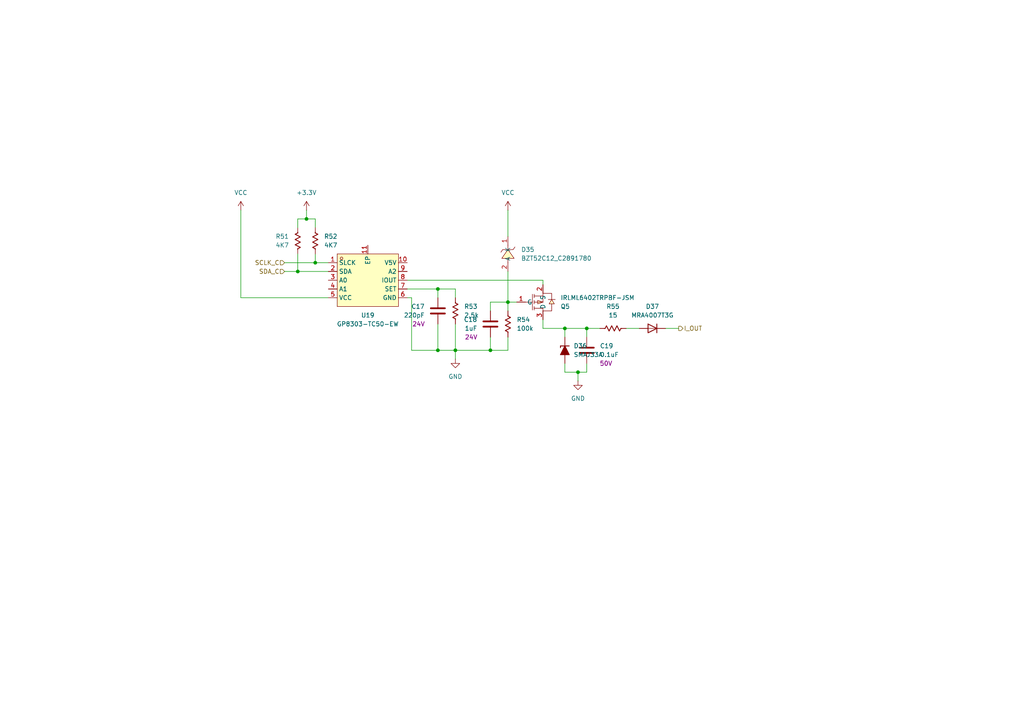
<source format=kicad_sch>
(kicad_sch (version 20250114) (generator "eeschema") (generator_version "9.0")
  (paper "A4")
  (lib_symbols
    (symbol "EasyEDA:+3.3V" (power) (pin_numbers (hide yes)) (pin_names (offset 0) (hide yes))
      (property "Value" "+3.3V" (at 0 3.556 0))
      (symbol "+3.3V_0_1"
        (polyline (pts (xy -0.762 1.27) (xy 0 2.54)))
        (polyline (pts (xy 0 2.54) (xy 0.762 1.27)))
        (polyline (pts (xy 0 0) (xy 0 2.54)))
      )
      (symbol "+3.3V_1_1"
        (pin power_in line (at 0 0 90) (length 0) (name "~") (number "1"))
      )
    )
    (symbol "EasyEDA:BZT52C12_C2891780"
      (property "Reference" "D" (at 0 5.08 0))
      (property "Value" "BZT52C12_C2891780" (at 0 -5.08 0))
      (symbol "BZT52C12_C2891780_0_1"
        (polyline (pts (xy -2.03 2.03) (xy -1.27 1.52) (xy -1.27 -1.52) (xy -0.51 -2.03)))
        (polyline (pts (xy -1.27 0) (xy -2.54 0)))
        (polyline (pts (xy 1.27 1.78) (xy -1.27 0) (xy 1.27 -1.78) (xy 1.27 1.78)) (fill (type background)))
        (polyline (pts (xy 2.54 0) (xy 1.27 0)))
        (pin unspecified line (at -5.08 0 0) (length 2.54) (name "K") (number "1"))
        (pin unspecified line (at 5.08 0 180) (length 2.54) (name "A") (number "2"))
      )
    )
    (symbol "EasyEDA:C_0603" (pin_numbers (hide yes)) (pin_names (offset 0.254))
      (property "Reference" "C" (at 0.635 2.54 0))
      (property "Value" "C_0603" (at 0.635 -2.54 0))
      (symbol "C_0603_0_1"
        (polyline (pts (xy -2.032 0.762) (xy 2.032 0.762)) (stroke (width 0.508)))
        (polyline (pts (xy -2.032 -0.762) (xy 2.032 -0.762)) (stroke (width 0.508)))
      )
      (symbol "C_0603_0_2"
        (polyline (pts (xy -2.54 -2.54) (xy -0.381 -0.381)))
        (polyline (pts (xy -0.508 -0.508) (xy -1.651 0.635)) (stroke (width 0.508)))
        (polyline (pts (xy -0.508 -0.508) (xy 0.635 -1.651)) (stroke (width 0.508)))
        (polyline (pts (xy 0.381 0.381) (xy 2.54 2.54)))
        (polyline (pts (xy 0.508 0.508) (xy -0.635 1.651)) (stroke (width 0.508)))
        (polyline (pts (xy 0.508 0.508) (xy 1.651 -0.635)) (stroke (width 0.508)))
      )
      (symbol "C_0603_1_1"
        (pin passive line (at 0 3.81 270) (length 2.794) (name "~") (number "1"))
        (pin passive line (at 0 -3.81 90) (length 2.794) (name "~") (number "2"))
      )
      (symbol "C_0603_1_2"
        (pin passive line (at -2.54 -2.54 90) (length 0) (name "~") (number "2"))
        (pin passive line (at 2.54 2.54 270) (length 0) (name "~") (number "1"))
      )
    )
    (symbol "EasyEDA:GND" (power) (pin_numbers (hide yes)) (pin_names (offset 0) (hide yes))
      (property "Value" "GND" (at 0 -3.81 0))
      (symbol "GND_0_1"
        (polyline (pts (xy 0 0) (xy 0 -1.27) (xy 1.27 -1.27) (xy 0 -2.54) (xy -1.27 -1.27) (xy 0 -1.27)))
      )
      (symbol "GND_1_1"
        (pin power_in line (at 0 0 270) (length 0) (name "~") (number "1"))
      )
    )
    (symbol "EasyEDA:GP8303-TC50-EW"
      (property "Reference" "U" (at 0 15.24 0))
      (property "Value" "GP8303-TC50-EW" (at 0 -10.16 0))
      (symbol "GP8303-TC50-EW_0_1"
        (rectangle (start -8.89 7.62) (end 8.89 -7.62) (fill (type background)))
        (circle (center -7.62 6.35) (radius 0.38))
        (pin unspecified line (at -11.43 5.08 0) (length 2.54) (name "SLCK") (number "1"))
        (pin unspecified line (at -11.43 2.54 0) (length 2.54) (name "SDA") (number "2"))
        (pin unspecified line (at -11.43 0 0) (length 2.54) (name "A0") (number "3"))
        (pin unspecified line (at -11.43 -2.54 0) (length 2.54) (name "A1") (number "4"))
        (pin unspecified line (at -11.43 -5.08 0) (length 2.54) (name "VCC") (number "5"))
        (pin unspecified line (at 0 10.16 270) (length 2.54) (name "EP") (number "11"))
        (pin unspecified line (at 11.43 5.08 180) (length 2.54) (name "V5V") (number "10"))
        (pin unspecified line (at 11.43 2.54 180) (length 2.54) (name "A2") (number "9"))
        (pin unspecified line (at 11.43 0 180) (length 2.54) (name "IOUT") (number "8"))
        (pin unspecified line (at 11.43 -2.54 180) (length 2.54) (name "SET") (number "7"))
        (pin unspecified line (at 11.43 -5.08 180) (length 2.54) (name "GND") (number "6"))
      )
    )
    (symbol "EasyEDA:IRLML6402TRPBF-JSM"
      (property "Reference" "Q" (at 0 10.16 0))
      (property "Value" "IRLML6402TRPBF-JSM" (at 0 -10.16 0))
      (symbol "IRLML6402TRPBF-JSM_0_1"
        (polyline (pts (xy -2.54 0) (xy -0.51 0)))
        (polyline (pts (xy -0.51 2.29) (xy -0.51 -2.29)))
        (polyline (pts (xy 0 2.29) (xy 0 1.27)))
        (polyline (pts (xy 0 1.78) (xy 2.54 1.78) (xy 2.54 2.54) (xy 5.08 2.54) (xy 5.08 0.51)))
        (polyline (pts (xy 0 0) (xy 2.54 0) (xy 2.54 -2.54) (xy 5.08 -2.54) (xy 5.08 -0.76)))
        (polyline (pts (xy 0 -0.51) (xy 0 0.51)))
        (polyline (pts (xy 0 -2.29) (xy 0 -1.27)))
        (polyline (pts (xy 2.54 0) (xy 1.02 -0.51) (xy 1.02 0.51) (xy 2.54 0)) (fill (type background)))
        (polyline (pts (xy 2.54 -1.78) (xy 0 -1.78)))
        (polyline (pts (xy 5.08 -0.76) (xy 4.32 0.51) (xy 5.84 0.51) (xy 5.08 -0.76)) (fill (type background)))
        (polyline (pts (xy 6.1 -0.76) (xy 5.59 -0.76) (xy 4.57 -0.76) (xy 4.06 -0.76)))
        (pin unspecified line (at -5.08 0 0) (length 2.54) (name "G") (number "1"))
        (pin unspecified line (at 2.54 5.08 270) (length 2.54) (name "D") (number "3"))
        (pin unspecified line (at 2.54 -5.08 90) (length 2.54) (name "S") (number "2"))
      )
    )
    (symbol "EasyEDA:MRA4007T3G" (pin_numbers (hide yes)) (pin_names (hide yes))
      (property "Reference" "D" (at 0 2.54 0))
      (property "Value" "MRA4007T3G" (at 0 -2.54 0))
      (symbol "MRA4007T3G_0_1"
        (polyline (pts (xy -1.27 1.27) (xy -1.27 -1.27)) (stroke (width 0.254)))
        (polyline (pts (xy 1.27 1.27) (xy 1.27 -1.27) (xy -1.27 0) (xy 1.27 1.27)) (stroke (width 0.254)))
        (polyline (pts (xy 1.27 0) (xy -1.27 0)))
      )
      (symbol "MRA4007T3G_1_1"
        (pin passive line (at -3.81 0 0) (length 2.54) (name "K") (number "1"))
        (pin passive line (at 3.81 0 180) (length 2.54) (name "A") (number "2"))
      )
    )
    (symbol "EasyEDA:R_0603" (pin_numbers (hide yes)) (pin_names (offset 0))
      (property "Reference" "R" (at 2.54 1.27 0))
      (property "Value" "R_0603" (at 2.54 -1.27 0))
      (symbol "R_0603_0_1"
        (polyline (pts (xy 0 2.286) (xy 0 2.54)) (stroke (width 0.254)))
        (polyline (pts (xy 0 2.286) (xy 0.762 1.905) (xy -0.762 1.143) (xy 0 0.762) (xy 0.762 0.381) (xy 0 0) (xy -0.762 -0.381) (xy 0 -0.762) (xy 0.762 -1.143) (xy 0 -1.524) (xy -0.762 -1.905) (xy 0 -2.286)) (stroke (width 0.254)))
        (polyline (pts (xy 0 -2.286) (xy 0 -2.54)) (stroke (width 0.254)))
      )
      (symbol "R_0603_0_2"
        (polyline (pts (xy -2.54 -2.54) (xy -1.778 -1.778)))
        (polyline (pts (xy -1.778 -1.778) (xy -1.524 -1.524)) (stroke (width 0.254)))
        (polyline (pts (xy -1.524 -1.524) (xy -1.778 -0.762) (xy -1.016 -1.016)) (stroke (width 0.254)))
        (polyline (pts (xy -0.508 -0.508) (xy -0.762 0.254) (xy 0 0)) (stroke (width 0.254)))
        (polyline (pts (xy -0.508 -0.508) (xy -0.254 -1.27) (xy -1.016 -1.016)) (stroke (width 0.254)))
        (polyline (pts (xy 0.508 0.508) (xy 0.254 1.27) (xy 1.016 1.016)) (stroke (width 0.254)))
        (polyline (pts (xy 0.508 0.508) (xy 0.762 -0.254) (xy 0 0)) (stroke (width 0.254)))
        (polyline (pts (xy 1.524 1.524) (xy 1.778 0.762) (xy 1.016 1.016)) (stroke (width 0.254)))
        (polyline (pts (xy 1.778 1.778) (xy 1.524 1.524)) (stroke (width 0.254)))
        (polyline (pts (xy 1.778 1.778) (xy 2.54 2.54)))
      )
      (symbol "R_0603_1_1"
        (pin passive line (at 0 3.81 270) (length 1.27) (name "~") (number "1"))
        (pin passive line (at 0 -3.81 90) (length 1.27) (name "~") (number "2"))
      )
      (symbol "R_0603_1_2"
        (pin passive line (at -2.54 -2.54 0) (length 0) (name "") (number "2"))
        (pin passive line (at 2.54 2.54 180) (length 0) (name "") (number "1"))
      )
    )
    (symbol "EasyEDA:R_0805" (pin_numbers (hide yes)) (pin_names (offset 0))
      (property "Reference" "R" (at 2.54 1.27 0))
      (property "Value" "R_0805" (at 2.54 -1.27 0))
      (symbol "R_0805_0_1"
        (polyline (pts (xy 0 2.286) (xy 0 2.54)) (stroke (width 0.254)))
        (polyline (pts (xy 0 2.286) (xy 0.762 1.905) (xy -0.762 1.143) (xy 0 0.762) (xy 0.762 0.381) (xy 0 0) (xy -0.762 -0.381) (xy 0 -0.762) (xy 0.762 -1.143) (xy 0 -1.524) (xy -0.762 -1.905) (xy 0 -2.286)) (stroke (width 0.254)))
        (polyline (pts (xy 0 -2.286) (xy 0 -2.54)) (stroke (width 0.254)))
      )
      (symbol "R_0805_0_2"
        (polyline (pts (xy -2.54 -2.54) (xy -1.778 -1.778)))
        (polyline (pts (xy -1.778 -1.778) (xy -1.524 -1.524)) (stroke (width 0.254)))
        (polyline (pts (xy -1.524 -1.524) (xy -1.778 -0.762) (xy -1.016 -1.016)) (stroke (width 0.254)))
        (polyline (pts (xy -0.508 -0.508) (xy -0.762 0.254) (xy 0 0)) (stroke (width 0.254)))
        (polyline (pts (xy -0.508 -0.508) (xy -0.254 -1.27) (xy -1.016 -1.016)) (stroke (width 0.254)))
        (polyline (pts (xy 0.508 0.508) (xy 0.254 1.27) (xy 1.016 1.016)) (stroke (width 0.254)))
        (polyline (pts (xy 0.508 0.508) (xy 0.762 -0.254) (xy 0 0)) (stroke (width 0.254)))
        (polyline (pts (xy 1.524 1.524) (xy 1.778 0.762) (xy 1.016 1.016)) (stroke (width 0.254)))
        (polyline (pts (xy 1.778 1.778) (xy 1.524 1.524)) (stroke (width 0.254)))
        (polyline (pts (xy 1.778 1.778) (xy 2.54 2.54)))
      )
      (symbol "R_0805_1_1"
        (pin passive line (at 0 3.81 270) (length 1.27) (name "~") (number "1"))
        (pin passive line (at 0 -3.81 90) (length 1.27) (name "~") (number "2"))
      )
      (symbol "R_0805_1_2"
        (pin passive line (at -2.54 -2.54 0) (length 0) (name "") (number "2"))
        (pin passive line (at 2.54 2.54 180) (length 0) (name "") (number "1"))
      )
    )
    (symbol "EasyEDA:SMAJ33A" (pin_numbers (hide yes)) (pin_names (offset 1.016) (hide yes))
      (property "Reference" "D" (at 0 5.08 0))
      (property "Value" "SMAJ33A" (at 0 2.54 0))
      (symbol "SMAJ33A_0_1"
        (polyline (pts (xy -1.27 1.27) (xy -1.27 -1.27) (xy 1.27 0) (xy -1.27 1.27)) (stroke (width 0.254)) (fill (type outline)))
        (polyline (pts (xy -1.27 0) (xy 1.27 0)))
        (polyline (pts (xy 1.27 1.27) (xy 0.762 1.27)) (stroke (width 0.254)))
        (polyline (pts (xy 1.27 -1.27) (xy 1.27 1.27)) (stroke (width 0.254)))
      )
      (symbol "SMAJ33A_0_2"
        (polyline (pts (xy -2.54 -2.54) (xy 2.54 2.54)))
        (polyline (pts (xy -0.889 -0.889) (xy -1.778 0) (xy 0.889 0.889) (xy 0 -1.778) (xy -0.889 -0.889)) (stroke (width 0.254)) (fill (type outline)))
        (polyline (pts (xy 0 1.778) (xy -0.381 1.397)) (stroke (width 0.254)))
        (polyline (pts (xy 0 1.778) (xy 1.778 0)) (stroke (width 0.254)))
      )
      (symbol "SMAJ33A_1_1"
        (pin passive line (at -3.81 0 0) (length 2.54) (name "A") (number "2"))
        (pin passive line (at 3.81 0 180) (length 2.54) (name "K") (number "1"))
      )
      (symbol "SMAJ33A_1_2"
        (pin passive line (at -2.54 -2.54 0) (length 0) (name "A") (number "2"))
        (pin passive line (at 2.54 2.54 180) (length 0) (name "K") (number "1"))
      )
    )
    (symbol "EasyEDA:VCC" (power) (pin_numbers (hide yes)) (pin_names (offset 0) (hide yes))
      (property "Value" "VCC" (at 0 3.556 0))
      (symbol "VCC_0_1"
        (polyline (pts (xy -0.762 1.27) (xy 0 2.54)))
        (polyline (pts (xy 0 2.54) (xy 0.762 1.27)))
        (polyline (pts (xy 0 0) (xy 0 2.54)))
      )
      (symbol "VCC_1_1"
        (pin power_in line (at 0 0 90) (length 0) (name "~") (number "1"))
      )
    )
  )
  (junction (at 147.32 87.63))
  (junction (at 127 83.82))
  (junction (at 170.18 95.25))
  (junction (at 127 101.6))
  (junction (at 91.44 76.2))
  (junction (at 86.36 78.74))
  (junction (at 88.9 63.5))
  (junction (at 132.08 101.6))
  (junction (at 142.24 101.6))
  (junction (at 163.83 95.25))
  (junction (at 167.64 107.95))
  (wire (pts (xy 86.36 63.5) (xy 88.9 63.5)))
  (wire (pts (xy 88.9 63.5) (xy 91.44 63.5)))
  (wire (pts (xy 86.36 78.74) (xy 95.25 78.74)))
  (wire (pts (xy 86.36 63.5) (xy 86.36 66.04)))
  (wire (pts (xy 170.18 95.25) (xy 173.99 95.25)))
  (wire (pts (xy 91.44 63.5) (xy 91.44 66.04)))
  (wire (pts (xy 127 83.82) (xy 118.11 83.82)))
  (wire (pts (xy 118.11 81.28) (xy 157.48 81.28)))
  (wire (pts (xy 86.36 73.66) (xy 86.36 78.74)))
  (wire (pts (xy 181.61 95.25) (xy 185.42 95.25)))
  (wire (pts (xy 82.55 76.2) (xy 91.44 76.2)))
  (wire (pts (xy 127 86.36) (xy 127 83.82)))
  (wire (pts (xy 132.08 83.82) (xy 127 83.82)))
  (wire (pts (xy 163.83 105.41) (xy 163.83 107.95)))
  (wire (pts (xy 69.85 86.36) (xy 95.25 86.36)))
  (wire (pts (xy 170.18 107.95) (xy 170.18 105.41)))
  (wire (pts (xy 157.48 82.55) (xy 157.48 81.28)))
  (wire (pts (xy 142.24 97.79) (xy 142.24 101.6)))
  (wire (pts (xy 91.44 76.2) (xy 95.25 76.2)))
  (wire (pts (xy 157.48 95.25) (xy 163.83 95.25)))
  (wire (pts (xy 132.08 93.98) (xy 132.08 101.6)))
  (wire (pts (xy 147.32 101.6) (xy 147.32 97.79)))
  (wire (pts (xy 142.24 90.17) (xy 142.24 87.63)))
  (wire (pts (xy 170.18 97.79) (xy 170.18 95.25)))
  (wire (pts (xy 127 93.98) (xy 127 101.6)))
  (wire (pts (xy 147.32 87.63) (xy 147.32 78.74)))
  (wire (pts (xy 163.83 95.25) (xy 163.83 97.79)))
  (wire (pts (xy 167.64 107.95) (xy 170.18 107.95)))
  (wire (pts (xy 193.04 95.25) (xy 196.85 95.25)))
  (wire (pts (xy 119.38 86.36) (xy 118.11 86.36)))
  (wire (pts (xy 147.32 60.96) (xy 147.32 68.58)))
  (wire (pts (xy 142.24 101.6) (xy 147.32 101.6)))
  (wire (pts (xy 142.24 87.63) (xy 147.32 87.63)))
  (wire (pts (xy 119.38 101.6) (xy 127 101.6)))
  (wire (pts (xy 157.48 92.71) (xy 157.48 95.25)))
  (wire (pts (xy 149.86 87.63) (xy 147.32 87.63)))
  (wire (pts (xy 82.55 78.74) (xy 86.36 78.74)))
  (wire (pts (xy 147.32 87.63) (xy 147.32 90.17)))
  (wire (pts (xy 91.44 73.66) (xy 91.44 76.2)))
  (wire (pts (xy 163.83 95.25) (xy 170.18 95.25)))
  (wire (pts (xy 69.85 60.96) (xy 69.85 86.36)))
  (wire (pts (xy 88.9 60.96) (xy 88.9 63.5)))
  (wire (pts (xy 119.38 86.36) (xy 119.38 101.6)))
  (wire (pts (xy 132.08 104.14) (xy 132.08 101.6)))
  (wire (pts (xy 132.08 101.6) (xy 142.24 101.6)))
  (wire (pts (xy 167.64 110.49) (xy 167.64 107.95)))
  (wire (pts (xy 163.83 107.95) (xy 167.64 107.95)))
  (wire (pts (xy 132.08 86.36) (xy 132.08 83.82)))
  (wire (pts (xy 127 101.6) (xy 132.08 101.6)))
  (hierarchical_label "I_OUT" (shape output) (at 196.85 95.25 0))
  (hierarchical_label "SDA_C" (shape input) (at 82.55 78.74 180))
  (hierarchical_label "SCLK_C" (shape input) (at 82.55 76.2 180))
  (symbol (lib_id "EasyEDA:C_0603") (at 127 90.17 0) (mirror y) (unit 1)
    (property "Reference" "C17" (at 123.19 88.8999 0) (effects (justify left)))
    (property "Value" "220pF" (at 123.19 91.4399 0) (effects (justify left)))
    (property "Footprint" "PCM_Capacitor_SMD_AKL:C_0603_1608Metric" (effects (hide yes)))
    (property "Description" "SMD 0603 MLCC capacitor, Alternate KiCad Library" (effects (hide yes)))
    (property "Vol" "24V" (at 121.412 93.98 0))
  )
  (symbol (lib_id "EasyEDA:VCC") (at 147.32 60.96 0) (unit 1)
    (property "Reference" "#PWR081" (effects (hide yes)))
    (property "Value" "VCC" (at 147.32 55.88 0))
    (property "Description" "Power symbol creates a global label with name \"VCC\"" (effects (hide yes)))
  )
  (symbol (lib_id "EasyEDA:C_0603") (at 142.24 93.98 0) (mirror y) (unit 1)
    (property "Reference" "C18" (at 138.43 92.7099 0) (effects (justify left)))
    (property "Value" "1uF" (at 138.43 95.2499 0) (effects (justify left)))
    (property "Footprint" "PCM_Capacitor_SMD_AKL:C_0603_1608Metric" (effects (hide yes)))
    (property "Description" "SMD 0603 MLCC capacitor, Alternate KiCad Library" (effects (hide yes)))
    (property "Vol" "24V" (at 136.652 97.79 0))
  )
  (symbol (lib_id "EasyEDA:+3.3V") (at 88.9 60.96 0) (unit 1)
    (property "Reference" "#PWR079" (effects (hide yes)))
    (property "Value" "+3.3V" (at 88.9 55.88 0))
    (property "Description" "Power symbol creates a global label with name \"+3.3V\"" (effects (hide yes)))
  )
  (symbol (lib_id "EasyEDA:SMAJ33A") (at 163.83 101.6 90) (unit 1)
    (property "Reference" "D36" (at 166.37 100.3299 90) (effects (justify right)))
    (property "Value" "SMAJ33A" (at 166.37 102.8699 90) (effects (justify right)))
    (property "Footprint" "PCM_Diode_SMD_AKL:D_SMA" (effects (hide yes)))
    (property "Datasheet" "https://www.tme.eu/Document/dbc72d81c249fe51b6ab42300e8e06d0/SMAJ_ser.pdf" (effects (hide yes)))
    (property "Description" "SMA Unidirectional TVS diode, 33V, 400W, Alternate KiCAD Library" (effects (hide yes)))
  )
  (symbol (lib_id "EasyEDA:IRLML6402TRPBF-JSM") (at 154.94 87.63 0) (mirror x) (unit 1)
    (property "Reference" "Q5" (at 162.56 88.9001 0) (effects (justify left)))
    (property "Value" "IRLML6402TRPBF-JSM" (at 162.56 86.3601 0) (effects (justify left)))
    (property "Footprint" "EasyEDA:SOT-23-3_L2.9-W1.3-P1.90-LS2.4-BR" (effects (hide yes)))
    (property "LCSC Part" "C18190991" (effects (hide yes)))
  )
  (symbol (lib_id "EasyEDA:GND") (at 132.08 104.14 0) (unit 1)
    (property "Reference" "#PWR080" (effects (hide yes)))
    (property "Value" "GND" (at 132.08 109.22 0))
    (property "Description" "Power symbol creates a global label with name \"GND\" , ground" (effects (hide yes)))
  )
  (symbol (lib_id "EasyEDA:GP8303-TC50-EW") (at 106.68 81.28 0) (unit 1)
    (property "Reference" "U19" (at 106.68 91.44 0))
    (property "Value" "GP8303-TC50-EW" (at 106.68 93.98 0))
    (property "Footprint" "EasyEDA:ESOP-10_L4.9-W3.9-P1.00-LS6.1-BL-EP" (effects (hide yes)))
    (property "LCSC Part" "C3445809" (effects (hide yes)))
  )
  (symbol (lib_id "EasyEDA:MRA4007T3G") (at 189.23 95.25 0) (mirror y) (unit 1)
    (property "Reference" "D37" (at 189.23 88.9 0))
    (property "Value" "MRA4007T3G" (at 189.23 91.44 0))
    (property "Footprint" "Diode_SMD:D_SMA" (effects (hide yes)))
    (property "Datasheet" "http://www.onsemi.com/pub_link/Collateral/MRA4003T3-D.PDF" (effects (hide yes)))
    (property "Description" "1000V, 1A, General Purpose Rectifier Diode, SMA(DO-214AC)" (effects (hide yes)))
    (property "Sim.Device" "D" (effects (hide yes)))
    (property "Sim.Pins" "1=K 2=A" (effects (hide yes)))
  )
  (symbol (lib_id "EasyEDA:VCC") (at 69.85 60.96 0) (unit 1)
    (property "Reference" "#PWR078" (effects (hide yes)))
    (property "Value" "VCC" (at 69.85 55.88 0))
    (property "Description" "Power symbol creates a global label with name \"VCC\"" (effects (hide yes)))
  )
  (symbol (lib_id "EasyEDA:R_0603") (at 91.44 69.85 0) (unit 1)
    (property "Reference" "R52" (at 93.98 68.5799 0) (effects (justify left)))
    (property "Value" "4K7" (at 93.98 71.1199 0) (effects (justify left)))
    (property "Footprint" "PCM_Resistor_SMD_AKL:R_0603_1608Metric" (effects (hide yes)))
    (property "Description" "SMD 0603 Chip Resistor, US Symbol, Alternate KiCad Library" (effects (hide yes)))
  )
  (symbol (lib_id "EasyEDA:R_0603") (at 86.36 69.85 0) (mirror y) (unit 1)
    (property "Reference" "R51" (at 83.82 68.5799 0) (effects (justify left)))
    (property "Value" "4K7" (at 83.82 71.1199 0) (effects (justify left)))
    (property "Footprint" "PCM_Resistor_SMD_AKL:R_0603_1608Metric" (effects (hide yes)))
    (property "Description" "SMD 0603 Chip Resistor, US Symbol, Alternate KiCad Library" (effects (hide yes)))
  )
  (symbol (lib_id "EasyEDA:R_0603") (at 147.32 93.98 0) (unit 1)
    (property "Reference" "R54" (at 149.86 92.7099 0) (effects (justify left)))
    (property "Value" "100k" (at 149.86 95.2499 0) (effects (justify left)))
    (property "Footprint" "PCM_Resistor_SMD_AKL:R_0603_1608Metric" (effects (hide yes)))
    (property "Description" "SMD 0603 Chip Resistor, US Symbol, Alternate KiCad Library" (effects (hide yes)))
  )
  (symbol (lib_id "EasyEDA:C_0603") (at 170.18 101.6 0) (unit 1)
    (property "Reference" "C19" (at 173.99 100.3299 0) (effects (justify left)))
    (property "Value" "0.1uF" (at 173.99 102.8699 0) (effects (justify left)))
    (property "Footprint" "PCM_Capacitor_SMD_AKL:C_0603_1608Metric" (effects (hide yes)))
    (property "Description" "SMD 0603 MLCC capacitor, Alternate KiCad Library" (effects (hide yes)))
    (property "Vol" "50V" (at 175.768 105.41 0))
  )
  (symbol (lib_id "EasyEDA:R_0603") (at 132.08 90.17 0) (unit 1)
    (property "Reference" "R53" (at 134.62 88.8999 0) (effects (justify left)))
    (property "Value" "2.5k" (at 134.62 91.4399 0) (effects (justify left)))
    (property "Footprint" "PCM_Resistor_SMD_AKL:R_0603_1608Metric" (effects (hide yes)))
    (property "Description" "SMD 0603 Chip Resistor, US Symbol, Alternate KiCad Library" (effects (hide yes)))
  )
  (symbol (lib_id "EasyEDA:BZT52C12_C2891780") (at 147.32 73.66 270) (unit 1)
    (property "Reference" "D35" (at 151.13 72.3899 90) (effects (justify left)))
    (property "Value" "BZT52C12_C2891780" (at 151.13 74.9299 90) (effects (justify left)))
    (property "Footprint" "EasyEDA:SOD-123_L2.7-W1.6-LS3.7-RD-1" (effects (hide yes)))
    (property "LCSC Part" "C2891780" (effects (hide yes)))
  )
  (symbol (lib_id "EasyEDA:R_0805") (at 177.8 95.25 90) (unit 1)
    (property "Reference" "R55" (at 177.8 88.9 90))
    (property "Value" "15" (at 177.8 91.44 90))
    (property "Footprint" "PCM_Resistor_SMD_AKL:R_0805_2012Metric" (effects (hide yes)))
    (property "Description" "SMD 0805 Chip Resistor, US Symbol, Alternate KiCad Library" (effects (hide yes)))
  )
  (symbol (lib_id "EasyEDA:GND") (at 167.64 110.49 0) (unit 1)
    (property "Reference" "#PWR082" (effects (hide yes)))
    (property "Value" "GND" (at 167.64 115.57 0))
    (property "Description" "Power symbol creates a global label with name \"GND\" , ground" (effects (hide yes)))
  )
)
</source>
